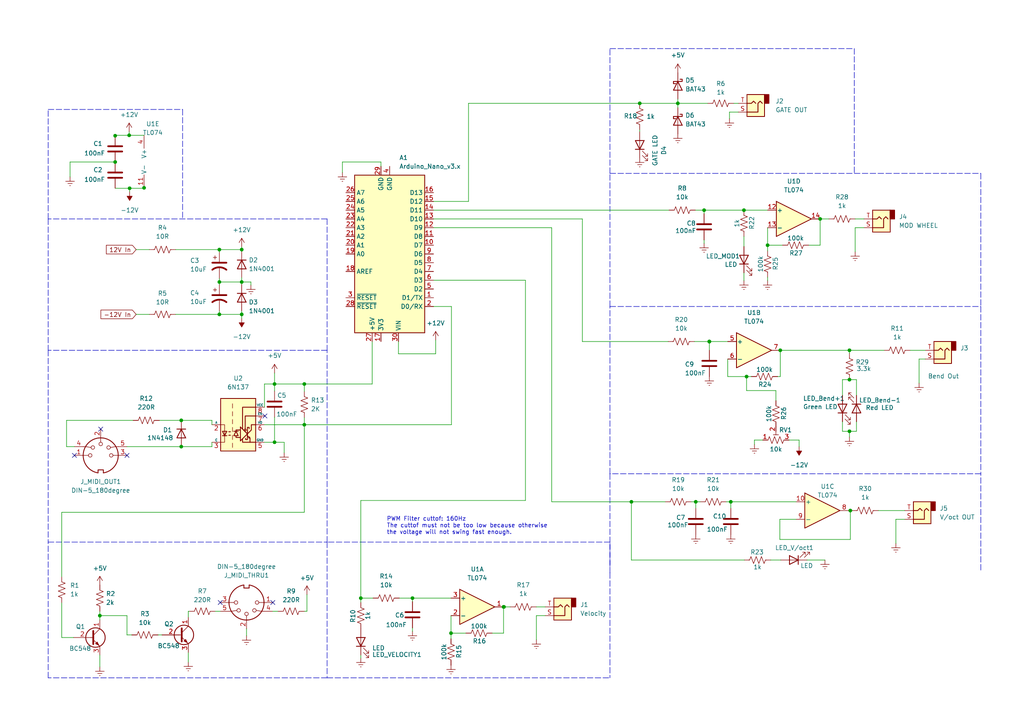
<source format=kicad_sch>
(kicad_sch (version 20211123) (generator eeschema)
  (paper "A4")
  (lib_symbols
    (symbol "Amplifier_Operational:TL074" (pin_names (offset 0.127))
      (property "Reference" "U" (at 0 5.08 0))
      (property "Value" "TL074" (at 0 -5.08 0))
      (symbol "TL074_1_1"
        (pin output line (at 7.62 0 180) (length 2.54) (name "~") (number "1"))
        (pin input line (at -7.62 -2.54 0) (length 2.54) (name "-") (number "2"))
        (pin input line (at -7.62 2.54 0) (length 2.54) (name "+") (number "3"))
      )
      (symbol "TL074_2_1"
        (pin input line (at -7.62 2.54 0) (length 2.54) (name "+") (number "5"))
        (pin input line (at -7.62 -2.54 0) (length 2.54) (name "-") (number "6"))
        (pin output line (at 7.62 0 180) (length 2.54) (name "~") (number "7"))
      )
      (symbol "TL074_3_1"
        (pin input line (at -7.62 2.54 0) (length 2.54) (name "+") (number "10"))
        (pin output line (at 7.62 0 180) (length 2.54) (name "~") (number "8"))
        (pin input line (at -7.62 -2.54 0) (length 2.54) (name "-") (number "9"))
      )
      (symbol "TL074_4_1"
        (pin input line (at -7.62 2.54 0) (length 2.54) (name "+") (number "12"))
        (pin input line (at -7.62 -2.54 0) (length 2.54) (name "-") (number "13"))
        (pin output line (at 7.62 0 180) (length 2.54) (name "~") (number "14"))
      )
      (symbol "TL074_5_1"
        (pin power_in line (at -2.54 -7.62 90) (length 3.81) (name "V-") (number "11"))
        (pin power_in line (at -2.54 7.62 270) (length 3.81) (name "V+") (number "4"))
      )
    )
    (symbol "Connector:AudioJack2"
      (property "Reference" "J" (at 0 8.89 0))
      (property "Value" "AudioJack2" (at 0 6.35 0))
      (symbol "AudioJack2_1_1"
        (pin passive line (at 5.08 2.54 180) (length 2.54) (name "~") (number "S"))
        (pin passive line (at 5.08 0 180) (length 2.54) (name "~") (number "T"))
      )
    )
    (symbol "Connector:DIN-5_180degree" (pin_names (offset 1.016))
      (property "Reference" "J" (at 3.175 5.715 0))
      (property "Value" "DIN-5_180degree" (at 0 -6.35 0))
      (symbol "DIN-5_180degree_1_1"
        (pin passive line (at -7.62 0 0) (length 2.54) (name "~") (number "1"))
        (pin passive line (at 0 7.62 270) (length 2.54) (name "~") (number "2"))
        (pin passive line (at 7.62 0 180) (length 2.54) (name "~") (number "3"))
        (pin passive line (at -7.62 2.54 0) (length 2.54) (name "~") (number "4"))
        (pin passive line (at 7.62 2.54 180) (length 2.54) (name "~") (number "5"))
      )
    )
    (symbol "Device:C" (pin_numbers hide) (pin_names (offset 0.254))
      (property "Reference" "C" (at 0.635 2.54 0))
      (property "Value" "C" (at 0.635 -2.54 0))
      (symbol "C_1_1"
        (pin passive line (at 0 3.81 270) (length 2.794) (name "~") (number "1"))
        (pin passive line (at 0 -3.81 90) (length 2.794) (name "~") (number "2"))
      )
    )
    (symbol "Device:C_Polarized_US" (pin_numbers hide) (pin_names (offset 0.254) hide)
      (property "Reference" "C" (at 0.635 2.54 0))
      (property "Value" "C_Polarized_US" (at 0.635 -2.54 0))
      (symbol "C_Polarized_US_1_1"
        (pin passive line (at 0 3.81 270) (length 2.794) (name "~") (number "1"))
        (pin passive line (at 0 -3.81 90) (length 3.302) (name "~") (number "2"))
      )
    )
    (symbol "Device:LED" (pin_numbers hide) (pin_names (offset 1.016) hide)
      (property "Reference" "D" (at 0 2.54 0))
      (property "Value" "LED" (at 0 -2.54 0))
      (symbol "LED_1_1"
        (pin passive line (at -3.81 0 0) (length 2.54) (name "K") (number "1"))
        (pin passive line (at 3.81 0 180) (length 2.54) (name "A") (number "2"))
      )
    )
    (symbol "Device:R_Potentiometer_Trim_US" (pin_names (offset 1.016) hide)
      (property "Reference" "RV" (at -4.445 0 90))
      (property "Value" "R_Potentiometer_Trim_US" (at -2.54 0 90))
      (symbol "R_Potentiometer_Trim_US_1_1"
        (pin passive line (at 0 3.81 270) (length 1.27) (name "1") (number "1"))
        (pin passive line (at 3.81 0 180) (length 1.27) (name "2") (number "2"))
        (pin passive line (at 0 -3.81 90) (length 1.27) (name "3") (number "3"))
      )
    )
    (symbol "Device:R_US" (pin_numbers hide) (pin_names (offset 0))
      (property "Reference" "R" (at 2.54 0 90))
      (property "Value" "R_US" (at -2.54 0 90))
      (symbol "R_US_1_1"
        (pin passive line (at 0 3.81 270) (length 1.27) (name "~") (number "1"))
        (pin passive line (at 0 -3.81 90) (length 1.27) (name "~") (number "2"))
      )
    )
    (symbol "Diode:1N4001" (pin_numbers hide) (pin_names (offset 1.016) hide)
      (property "Reference" "D" (at 0 2.54 0))
      (property "Value" "1N4001" (at 0 -2.54 0))
      (symbol "1N4001_1_1"
        (pin passive line (at -3.81 0 0) (length 2.54) (name "K") (number "1"))
        (pin passive line (at 3.81 0 180) (length 2.54) (name "A") (number "2"))
      )
    )
    (symbol "Diode:1N4148" (pin_numbers hide) (pin_names (offset 1.016) hide)
      (property "Reference" "D" (at 0 2.54 0))
      (property "Value" "1N4148" (at 0 -2.54 0))
      (symbol "1N4148_1_1"
        (pin passive line (at -3.81 0 0) (length 2.54) (name "K") (number "1"))
        (pin passive line (at 3.81 0 180) (length 2.54) (name "A") (number "2"))
      )
    )
    (symbol "Diode:BAT43" (pin_numbers hide) (pin_names (offset 1.016) hide)
      (property "Reference" "D" (at 0 2.54 0))
      (property "Value" "BAT43" (at 0 -2.54 0))
      (symbol "BAT43_1_1"
        (pin passive line (at -3.81 0 0) (length 2.54) (name "K") (number "1"))
        (pin passive line (at 3.81 0 180) (length 2.54) (name "A") (number "2"))
      )
    )
    (symbol "Isolator:6N137" (pin_names (offset 0))
      (property "Reference" "U" (at -4.064 8.89 0))
      (property "Value" "6N137" (at 0 -8.89 0))
      (symbol "6N137_1_1"
        (pin no_connect line (at -5.08 5.08 0) (length 2.54) hide (name "NC") (number "1"))
        (pin passive line (at -7.62 0 0) (length 2.54) (name "A") (number "2"))
        (pin passive line (at -7.62 -5.08 0) (length 2.54) (name "C") (number "3"))
        (pin power_in line (at 7.62 -5.08 180) (length 2.54) (name "GND") (number "5"))
        (pin open_collector line (at 7.62 0 180) (length 2.54) (name "VO") (number "6"))
        (pin input line (at 7.62 2.54 180) (length 2.54) (name "EN") (number "7"))
        (pin power_in line (at 7.62 5.08 180) (length 2.54) (name "VCC") (number "8"))
      )
    )
    (symbol "MCU_Module:Arduino_Nano_v3.x"
      (property "Reference" "A" (at -10.16 23.495 0))
      (property "Value" "Arduino_Nano_v3.x" (at 5.08 -24.13 0))
      (symbol "Arduino_Nano_v3.x_1_1"
        (pin bidirectional line (at -12.7 12.7 0) (length 2.54) (name "D1/TX") (number "1"))
        (pin bidirectional line (at -12.7 -2.54 0) (length 2.54) (name "D7") (number "10"))
        (pin bidirectional line (at -12.7 -5.08 0) (length 2.54) (name "D8") (number "11"))
        (pin bidirectional line (at -12.7 -7.62 0) (length 2.54) (name "D9") (number "12"))
        (pin bidirectional line (at -12.7 -10.16 0) (length 2.54) (name "D10") (number "13"))
        (pin bidirectional line (at -12.7 -12.7 0) (length 2.54) (name "D11") (number "14"))
        (pin bidirectional line (at -12.7 -15.24 0) (length 2.54) (name "D12") (number "15"))
        (pin bidirectional line (at -12.7 -17.78 0) (length 2.54) (name "D13") (number "16"))
        (pin power_out line (at 2.54 25.4 270) (length 2.54) (name "3V3") (number "17"))
        (pin input line (at 12.7 5.08 180) (length 2.54) (name "AREF") (number "18"))
        (pin bidirectional line (at 12.7 0 180) (length 2.54) (name "A0") (number "19"))
        (pin bidirectional line (at -12.7 15.24 0) (length 2.54) (name "D0/RX") (number "2"))
        (pin bidirectional line (at 12.7 -2.54 180) (length 2.54) (name "A1") (number "20"))
        (pin bidirectional line (at 12.7 -5.08 180) (length 2.54) (name "A2") (number "21"))
        (pin bidirectional line (at 12.7 -7.62 180) (length 2.54) (name "A3") (number "22"))
        (pin bidirectional line (at 12.7 -10.16 180) (length 2.54) (name "A4") (number "23"))
        (pin bidirectional line (at 12.7 -12.7 180) (length 2.54) (name "A5") (number "24"))
        (pin bidirectional line (at 12.7 -15.24 180) (length 2.54) (name "A6") (number "25"))
        (pin bidirectional line (at 12.7 -17.78 180) (length 2.54) (name "A7") (number "26"))
        (pin power_out line (at 5.08 25.4 270) (length 2.54) (name "+5V") (number "27"))
        (pin input line (at 12.7 15.24 180) (length 2.54) (name "~{RESET}") (number "28"))
        (pin power_in line (at 2.54 -25.4 90) (length 2.54) (name "GND") (number "29"))
        (pin input line (at 12.7 12.7 180) (length 2.54) (name "~{RESET}") (number "3"))
        (pin power_in line (at -2.54 25.4 270) (length 2.54) (name "VIN") (number "30"))
        (pin power_in line (at 0 -25.4 90) (length 2.54) (name "GND") (number "4"))
        (pin bidirectional line (at -12.7 10.16 0) (length 2.54) (name "D2") (number "5"))
        (pin bidirectional line (at -12.7 7.62 0) (length 2.54) (name "D3") (number "6"))
        (pin bidirectional line (at -12.7 5.08 0) (length 2.54) (name "D4") (number "7"))
        (pin bidirectional line (at -12.7 2.54 0) (length 2.54) (name "D5") (number "8"))
        (pin bidirectional line (at -12.7 0 0) (length 2.54) (name "D6") (number "9"))
      )
    )
    (symbol "Transistor_BJT:BC548" (pin_names (offset 0) hide)
      (property "Reference" "Q" (at 5.08 1.905 0))
      (property "Value" "BC548" (at 5.08 0 0))
      (symbol "BC548_1_1"
        (pin passive line (at 2.54 5.08 270) (length 2.54) (name "C") (number "1"))
        (pin input line (at -5.08 0 0) (length 5.08) (name "B") (number "2"))
        (pin passive line (at 2.54 -5.08 90) (length 2.54) (name "E") (number "3"))
      )
    )
    (symbol "power:+12V" (power) (pin_names (offset 0))
      (property "Value" "+12V" (at 0 3.556 0))
      (symbol "+12V_1_1"
        (pin power_in line (at 0 0 90) (length 0) hide (name "+12V") (number "1"))
      )
    )
    (symbol "power:+5V" (power) (pin_names (offset 0))
      (property "Value" "+5V" (at 0 3.556 0))
      (symbol "+5V_1_1"
        (pin power_in line (at 0 0 90) (length 0) hide (name "+5V") (number "1"))
      )
    )
    (symbol "power:-12V" (power) (pin_names (offset 0))
      (property "Value" "-12V" (at 0 3.81 0))
      (symbol "-12V_0_0"
        (pin power_in line (at 0 0 90) (length 0) hide (name "-12V") (number "1"))
      )
    )
    (symbol "power:Earth" (power) (pin_names (offset 0))
      (symbol "Earth_1_1"
        (pin power_in line (at 0 0 270) (length 0) hide (name "Earth") (number "1"))
      )
    )
  )
  (junction (at 70.104 91.186))
  (junction (at 70.104 81.788))
  (junction (at 211.963 145.542))
  (junction (at 33.401 39.37))
  (junction (at 88.265 111.379))
  (junction (at 33.401 46.99))
  (junction (at 205.74 99.0599))
  (junction (at 63.627 81.788))
  (junction (at 246.38 125.095))
  (junction (at 222.631 71.12))
  (junction (at 52.578 121.92))
  (junction (at 215.773 60.96))
  (junction (at 79.629 128.27))
  (junction (at 237.871 63.5))
  (junction (at 79.629 111.379))
  (junction (at 104.648 173.482))
  (junction (at 246.38 110.109))
  (junction (at 130.81 183.642))
  (junction (at 70.104 72.39))
  (junction (at 204.216 60.96))
  (junction (at 52.578 129.54))
  (junction (at 41.783 54.483))
  (junction (at 201.803 145.542))
  (junction (at 37.592 54.61))
  (junction (at 146.05 176.022))
  (junction (at 196.596 29.972))
  (junction (at 216.535 109.22))
  (junction (at 183.134 145.542))
  (junction (at 119.634 173.482))
  (junction (at 205.74 99.06))
  (junction (at 28.956 178.562))
  (junction (at 37.465 39.243))
  (junction (at 146.177 176.022))
  (junction (at 63.627 91.186))
  (junction (at 88.265 123.19))
  (junction (at 63.627 72.39))
  (junction (at 185.547 29.972))
  (junction (at 246.634 148.082))
  (junction (at 226.314 101.6))
  (junction (at 246.38 101.6))
  (no_connect (at 76.835 120.65))
  (no_connect (at 63.881 174.752))
  (no_connect (at 29.21 124.46))
  (no_connect (at 21.59 132.08))
  (no_connect (at 79.121 174.752))
  (no_connect (at 36.83 132.08))
  (wire (pts (xy 211.074 109.22) (xy 216.535 109.22)))
  (wire (pts (xy 204.216 69.596) (xy 204.216 70.612)))
  (polyline (pts (xy 94.869 157.226) (xy 94.869 101.6)))
  (wire (pts (xy 210.693 145.542) (xy 211.963 145.542)))
  (polyline (pts (xy 13.97 157.226) (xy 94.869 157.226)))
  (polyline (pts (xy 176.911 88.9) (xy 284.48 88.9)))
  (wire (pts (xy 71.501 184.404) (xy 71.501 182.372)))
  (wire (pts (xy 248.412 122.301) (xy 248.412 125.095)))
  (polyline (pts (xy 247.777 14.097) (xy 247.777 50.292)))
  (wire (pts (xy 115.57 102.616) (xy 126.365 102.616)))
  (polyline (pts (xy 13.97 196.596) (xy 13.97 157.226)))
  (wire (pts (xy 104.648 145.161) (xy 152.4 145.161)))
  (wire (pts (xy 193.802 99.06) (xy 168.91 99.06)))
  (polyline (pts (xy 94.869 196.596) (xy 176.911 196.596)))
  (polyline (pts (xy 13.97 31.75) (xy 52.959 31.75)))
  (wire (pts (xy 221.234 127.635) (xy 218.821 127.635)))
  (polyline (pts (xy 13.97 63.5) (xy 13.97 101.6)))
  (wire (pts (xy 63.627 72.39) (xy 63.627 73.152)))
  (wire (pts (xy 39.497 72.39) (xy 43.307 72.39)))
  (wire (pts (xy 125.73 88.9) (xy 130.937 88.9)))
  (wire (pts (xy 115.57 99.06) (xy 115.57 102.616)))
  (wire (pts (xy 211.582 32.512) (xy 214.122 32.512)))
  (wire (pts (xy 21.59 129.54) (xy 19.304 129.54)))
  (wire (pts (xy 246.126 148.082) (xy 246.634 148.082)))
  (wire (pts (xy 20.32 46.99) (xy 20.32 51.308)))
  (wire (pts (xy 196.596 29.972) (xy 205.232 29.972)))
  (polyline (pts (xy 94.869 101.6) (xy 13.97 101.6)))
  (wire (pts (xy 259.842 157.607) (xy 259.842 150.622)))
  (wire (pts (xy 168.91 99.06) (xy 168.91 63.5)))
  (wire (pts (xy 155.575 178.562) (xy 158.115 178.562)))
  (wire (pts (xy 223.52 162.433) (xy 226.441 162.433)))
  (wire (pts (xy 201.676 60.96) (xy 204.216 60.96)))
  (wire (pts (xy 19.304 121.92) (xy 38.608 121.92)))
  (wire (pts (xy 63.627 81.788) (xy 63.627 82.55)))
  (wire (pts (xy 104.648 189.992) (xy 104.648 190.881)))
  (wire (pts (xy 246.38 110.109) (xy 248.412 110.109)))
  (wire (pts (xy 215.773 68.58) (xy 215.773 71.501)))
  (wire (pts (xy 104.648 173.482) (xy 104.648 145.161)))
  (wire (pts (xy 89.027 172.466) (xy 89.027 177.292)))
  (wire (pts (xy 222.631 72.771) (xy 222.631 71.12)))
  (wire (pts (xy 246.38 125.095) (xy 244.348 125.095)))
  (wire (pts (xy 185.547 37.592) (xy 185.547 38.227)))
  (polyline (pts (xy 284.48 50.292) (xy 284.48 88.9)))
  (wire (pts (xy 37.465 38.227) (xy 37.465 39.243)))
  (wire (pts (xy 244.348 125.095) (xy 244.348 122.301)))
  (wire (pts (xy 196.596 28.702) (xy 196.596 29.972)))
  (wire (pts (xy 205.74 99.0599) (xy 205.74 99.06)))
  (wire (pts (xy 110.49 48.26) (xy 110.49 46.99)))
  (wire (pts (xy 19.304 129.54) (xy 19.304 121.92)))
  (wire (pts (xy 37.465 39.243) (xy 33.401 39.243)))
  (wire (pts (xy 196.596 31.242) (xy 196.596 29.972)))
  (wire (pts (xy 63.881 177.292) (xy 62.484 177.292)))
  (wire (pts (xy 135.89 29.972) (xy 135.89 58.42)))
  (wire (pts (xy 70.104 91.186) (xy 70.104 90.17)))
  (wire (pts (xy 37.592 54.61) (xy 33.401 54.61)))
  (wire (pts (xy 79.629 111.379) (xy 76.708 111.379)))
  (wire (pts (xy 248.031 63.5) (xy 250.571 63.5)))
  (wire (pts (xy 63.627 81.788) (xy 63.627 80.772)))
  (wire (pts (xy 70.104 81.788) (xy 63.627 81.788)))
  (polyline (pts (xy 284.48 165.354) (xy 284.48 137.414)))
  (wire (pts (xy 226.187 156.464) (xy 246.634 156.464)))
  (wire (pts (xy 119.634 182.118) (xy 119.634 183.134)))
  (wire (pts (xy 226.187 150.622) (xy 226.187 156.464)))
  (wire (pts (xy 246.38 101.6) (xy 256.413 101.6)))
  (wire (pts (xy 204.216 60.96) (xy 215.773 60.96)))
  (wire (pts (xy 237.871 71.12) (xy 237.871 63.5)))
  (wire (pts (xy 205.74 99.06) (xy 205.74 101.5999)))
  (wire (pts (xy 211.963 145.542) (xy 230.886 145.542)))
  (wire (pts (xy 216.535 109.22) (xy 216.535 113.284)))
  (polyline (pts (xy 176.911 50.292) (xy 284.48 50.292)))
  (wire (pts (xy 135.89 29.972) (xy 185.547 29.972)))
  (wire (pts (xy 107.95 99.06) (xy 107.95 111.379)))
  (wire (pts (xy 211.963 145.542) (xy 211.963 147.447)))
  (wire (pts (xy 115.824 173.482) (xy 119.634 173.482)))
  (wire (pts (xy 70.104 72.39) (xy 63.627 72.39)))
  (polyline (pts (xy 52.959 31.75) (xy 52.959 63.5)))
  (wire (pts (xy 225.552 109.22) (xy 226.314 109.22)))
  (wire (pts (xy 204.216 60.96) (xy 204.216 61.976)))
  (wire (pts (xy 244.348 110.109) (xy 246.38 110.109)))
  (polyline (pts (xy 13.97 101.6) (xy 13.97 157.226)))
  (wire (pts (xy 125.73 63.5) (xy 168.91 63.5)))
  (wire (pts (xy 104.648 173.482) (xy 108.204 173.482)))
  (wire (pts (xy 130.81 183.642) (xy 135.128 183.642)))
  (wire (pts (xy 225.044 113.284) (xy 216.535 113.284)))
  (wire (pts (xy 246.634 148.082) (xy 247.142 148.082)))
  (wire (pts (xy 89.027 177.292) (xy 88.265 177.292)))
  (wire (pts (xy 45.847 184.15) (xy 46.99 184.15)))
  (wire (pts (xy 146.177 176.022) (xy 146.05 176.022)))
  (wire (pts (xy 61.468 128.27) (xy 61.468 129.54)))
  (wire (pts (xy 248.412 110.109) (xy 248.412 114.681)))
  (polyline (pts (xy 176.911 166.116) (xy 176.911 157.226)))
  (wire (pts (xy 37.592 54.61) (xy 37.592 55.626)))
  (wire (pts (xy 254.762 148.082) (xy 262.382 148.082)))
  (wire (pts (xy 70.104 72.39) (xy 70.104 72.898)))
  (wire (pts (xy 50.927 91.186) (xy 63.627 91.186)))
  (wire (pts (xy 130.81 178.562) (xy 130.81 183.642)))
  (wire (pts (xy 41.783 54.61) (xy 37.592 54.61)))
  (wire (pts (xy 54.61 177.292) (xy 54.864 177.292)))
  (wire (pts (xy 119.634 173.482) (xy 119.634 174.498)))
  (wire (pts (xy 152.4 81.28) (xy 125.73 81.28)))
  (wire (pts (xy 135.89 58.42) (xy 125.73 58.42)))
  (polyline (pts (xy 284.48 137.414) (xy 176.911 137.414)))
  (wire (pts (xy 142.748 183.642) (xy 146.05 183.642)))
  (wire (pts (xy 36.83 178.562) (xy 36.83 184.15)))
  (polyline (pts (xy 13.97 63.5) (xy 13.97 31.75)))
  (wire (pts (xy 225.044 116.205) (xy 225.044 113.284)))
  (wire (pts (xy 196.596 29.972) (xy 185.547 29.972)))
  (wire (pts (xy 259.842 150.622) (xy 262.382 150.622)))
  (wire (pts (xy 147.955 176.022) (xy 146.177 176.022)))
  (wire (pts (xy 88.265 121.158) (xy 88.265 123.19)))
  (wire (pts (xy 72.771 81.788) (xy 70.104 81.788)))
  (wire (pts (xy 211.582 34.417) (xy 211.582 32.512)))
  (wire (pts (xy 126.365 102.616) (xy 126.365 98.679)))
  (wire (pts (xy 79.629 111.379) (xy 79.629 113.411)))
  (wire (pts (xy 61.468 121.92) (xy 61.468 123.19)))
  (wire (pts (xy 17.907 167.259) (xy 17.907 148.59)))
  (wire (pts (xy 230.886 150.622) (xy 226.187 150.622)))
  (wire (pts (xy 79.121 177.292) (xy 80.645 177.292)))
  (wire (pts (xy 79.629 128.27) (xy 76.708 128.27)))
  (wire (pts (xy 222.631 81.407) (xy 222.631 80.391)))
  (wire (pts (xy 246.38 101.6) (xy 246.38 102.489)))
  (wire (pts (xy 110.49 46.99) (xy 99.314 46.99)))
  (wire (pts (xy 237.871 63.5) (xy 240.411 63.5)))
  (wire (pts (xy 54.61 189.23) (xy 54.61 192.024)))
  (wire (pts (xy 130.937 88.9) (xy 130.937 123.19)))
  (polyline (pts (xy 176.911 88.9) (xy 176.911 50.292)))
  (wire (pts (xy 215.773 79.121) (xy 215.773 81.407)))
  (wire (pts (xy 212.852 29.972) (xy 214.122 29.972)))
  (wire (pts (xy 28.956 177.292) (xy 28.956 178.562)))
  (polyline (pts (xy 176.911 137.414) (xy 176.911 164.465)))
  (wire (pts (xy 125.73 60.96) (xy 194.056 60.96)))
  (wire (pts (xy 264.033 101.6) (xy 268.351 101.6)))
  (wire (pts (xy 119.634 173.482) (xy 130.81 173.482)))
  (wire (pts (xy 17.907 174.879) (xy 17.907 184.912)))
  (wire (pts (xy 201.803 145.542) (xy 203.073 145.542)))
  (wire (pts (xy 155.575 185.547) (xy 155.575 178.562)))
  (wire (pts (xy 70.104 92.329) (xy 70.104 91.186)))
  (wire (pts (xy 36.83 184.15) (xy 38.227 184.15)))
  (polyline (pts (xy 94.869 63.5) (xy 13.97 63.5)))
  (wire (pts (xy 215.9 162.433) (xy 183.134 162.433)))
  (wire (pts (xy 52.578 121.92) (xy 61.468 121.92)))
  (wire (pts (xy 41.783 39.243) (xy 37.465 39.243)))
  (wire (pts (xy 266.573 104.14) (xy 268.351 104.14)))
  (wire (pts (xy 39.497 91.186) (xy 43.307 91.186)))
  (wire (pts (xy 239.268 162.433) (xy 234.061 162.433)))
  (wire (pts (xy 88.265 148.59) (xy 88.265 123.19)))
  (wire (pts (xy 222.631 66.04) (xy 222.631 71.12)))
  (wire (pts (xy 88.265 111.379) (xy 107.95 111.379)))
  (wire (pts (xy 70.104 71.628) (xy 70.104 72.39)))
  (wire (pts (xy 79.629 121.031) (xy 79.629 128.27)))
  (wire (pts (xy 146.05 176.022) (xy 146.05 183.642)))
  (wire (pts (xy 88.265 123.19) (xy 130.937 123.19)))
  (wire (pts (xy 248.412 125.095) (xy 246.38 125.095)))
  (wire (pts (xy 246.634 156.464) (xy 246.634 148.082)))
  (wire (pts (xy 76.708 123.19) (xy 88.265 123.19)))
  (wire (pts (xy 234.569 71.12) (xy 237.871 71.12)))
  (wire (pts (xy 28.956 178.562) (xy 36.83 178.562)))
  (wire (pts (xy 266.573 111.125) (xy 266.573 104.14)))
  (wire (pts (xy 21.336 184.912) (xy 17.907 184.912)))
  (wire (pts (xy 231.775 129.54) (xy 231.775 127.635)))
  (wire (pts (xy 104.648 173.482) (xy 104.648 174.752)))
  (wire (pts (xy 17.907 148.59) (xy 88.265 148.59)))
  (wire (pts (xy 99.314 50.038) (xy 99.314 46.99)))
  (wire (pts (xy 28.956 178.562) (xy 28.956 179.832)))
  (wire (pts (xy 160.02 145.542) (xy 160.02 66.04)))
  (wire (pts (xy 130.81 185.293) (xy 130.81 183.642)))
  (wire (pts (xy 248.031 73.025) (xy 248.031 66.04)))
  (wire (pts (xy 248.031 66.04) (xy 250.571 66.04)))
  (wire (pts (xy 50.927 72.39) (xy 63.627 72.39)))
  (wire (pts (xy 226.314 101.6) (xy 246.38 101.6)))
  (wire (pts (xy 244.348 114.681) (xy 244.348 110.109)))
  (polyline (pts (xy 176.911 137.414) (xy 176.911 88.9)))
  (wire (pts (xy 36.83 129.54) (xy 52.578 129.54)))
  (wire (pts (xy 205.74 99.06) (xy 211.074 99.06)))
  (wire (pts (xy 231.775 127.635) (xy 228.854 127.635)))
  (wire (pts (xy 160.02 66.04) (xy 125.73 66.04)))
  (wire (pts (xy 41.783 54.483) (xy 41.783 54.61)))
  (wire (pts (xy 33.401 39.243) (xy 33.401 39.37)))
  (wire (pts (xy 160.02 145.542) (xy 183.134 145.542)))
  (wire (pts (xy 211.074 104.14) (xy 211.074 109.22)))
  (wire (pts (xy 201.803 145.542) (xy 201.803 147.447)))
  (wire (pts (xy 76.835 120.65) (xy 76.708 120.65)))
  (wire (pts (xy 152.4 145.161) (xy 152.4 81.28)))
  (polyline (pts (xy 284.48 88.9) (xy 284.48 137.414)))
  (wire (pts (xy 200.533 145.542) (xy 201.803 145.542)))
  (wire (pts (xy 222.631 71.12) (xy 226.949 71.12)))
  (wire (pts (xy 215.773 60.96) (xy 222.631 60.96)))
  (wire (pts (xy 28.956 193.421) (xy 28.956 189.992)))
  (wire (pts (xy 79.629 108.204) (xy 79.629 111.379)))
  (polyline (pts (xy 94.869 196.596) (xy 13.97 196.596)))
  (wire (pts (xy 46.228 121.92) (xy 52.578 121.92)))
  (wire (pts (xy 155.575 176.022) (xy 158.115 176.022)))
  (wire (pts (xy 52.578 129.54) (xy 61.468 129.54)))
  (wire (pts (xy 70.104 81.788) (xy 70.104 80.518)))
  (wire (pts (xy 54.61 179.07) (xy 54.61 177.292)))
  (wire (pts (xy 70.104 91.186) (xy 63.627 91.186)))
  (wire (pts (xy 218.821 127.635) (xy 218.821 128.905)))
  (wire (pts (xy 88.265 113.538) (xy 88.265 111.379)))
  (polyline (pts (xy 176.911 50.292) (xy 176.911 14.097)))
  (wire (pts (xy 183.134 145.542) (xy 192.913 145.542)))
  (wire (pts (xy 82.423 128.27) (xy 79.629 128.27)))
  (wire (pts (xy 20.32 46.99) (xy 33.401 46.99)))
  (polyline (pts (xy 94.869 63.5) (xy 94.869 101.6)))
  (polyline (pts (xy 176.911 157.226) (xy 94.869 157.226)))
  (polyline (pts (xy 176.911 14.097) (xy 247.777 14.097)))
  (wire (pts (xy 246.38 126.746) (xy 246.38 125.095)))
  (wire (pts (xy 72.771 82.677) (xy 72.771 81.788)))
  (wire (pts (xy 70.104 82.55) (xy 70.104 81.788)))
  (wire (pts (xy 183.134 162.433) (xy 183.134 145.542)))
  (wire (pts (xy 201.422 99.06) (xy 205.74 99.0599)))
  (wire (pts (xy 76.708 111.379) (xy 76.708 118.11)))
  (wire (pts (xy 79.629 111.379) (xy 88.265 111.379)))
  (wire (pts (xy 82.423 131.318) (xy 82.423 128.27)))
  (polyline (pts (xy 176.911 166.116) (xy 176.911 196.596)))
  (wire (pts (xy 226.314 109.22) (xy 226.314 101.6)))
  (polyline (pts (xy 94.869 157.226) (xy 94.869 196.596)))
  (wire (pts (xy 216.535 109.22) (xy 217.932 109.22)))
  (wire (pts (xy 63.627 91.186) (xy 63.627 90.17)))
  (text "PWM Filter cuttof: 160Hz\nThe cuttof must not be too low because otherwise\nthe voltage will not swing fast enough." (at 112.141 155.194 0) (effects (font (size 1.2 1.2)) (justify left bottom)))
  (global_label "-12V In" (shape input) (at 39.497 91.186 180) (property "Intersheet References" "${INTERSHEET_REFS}" (effects hide)))
  (global_label "12V In" (shape input) (at 39.497 72.39 180) (property "Intersheet References" "${INTERSHEET_REFS}" (effects hide)))
  (symbol (lib_id "Diode:BAT43") (at 196.596 24.892 270) (unit 1)
    (property "Reference" "D5" (at 198.755 23.3044 90) (effects (justify left)))
    (property "Value" "BAT43" (at 198.755 25.8444 90) (effects (justify left)))
    (property "Footprint" "Diode_THT:D_DO-35_SOD27_P7.62mm_Horizontal" (effects hide))
    (property "Datasheet" "http://www.vishay.com/docs/85660/bat42.pdf" (effects hide))
  )
  (symbol (lib_id "Connector:AudioJack2") (at 255.651 63.5 180) (unit 1)
    (property "Reference" "J4" (at 260.731 62.8649 0) (effects (justify right)))
    (property "Value" "MOD WHEEL" (at 260.731 65.4049 0) (effects (justify right)))
    (property "Footprint" "Connector_PinHeader_1.00mm:PinHeader_1x02_P1.00mm_Vertical" (effects hide))
  )
  (symbol (lib_id "Connector:AudioJack2") (at 163.195 176.022 180) (unit 1)
    (property "Reference" "J1" (at 168.275 175.3869 0) (effects (justify right)))
    (property "Value" "Velocity" (at 168.275 177.9269 0) (effects (justify right)))
    (property "Footprint" "Connector_PinHeader_1.00mm:PinHeader_1x02_P1.00mm_Vertical" (effects hide))
  )
  (symbol (lib_id "Device:LED") (at 185.547 42.037 90) (unit 1)
    (property "Reference" "D4" (at 192.532 43.6245 0))
    (property "Value" "GATE LED" (at 189.992 43.6245 0))
    (property "Footprint" "LED_THT:LED_D5.0mm" (effects hide))
  )
  (symbol (lib_id "Device:R_US") (at 151.765 176.022 90) (unit 1)
    (property "Reference" "R17" (at 151.765 169.672 90))
    (property "Value" "1k" (at 151.765 172.212 90))
    (property "Footprint" "Resistor_THT:R_Axial_DIN0207_L6.3mm_D2.5mm_P10.16mm_Horizontal" (effects hide))
  )
  (symbol (lib_id "power:Earth") (at 215.773 81.407 0) (unit 1)
    (property "Reference" "#PWR0120" (effects hide))
    (property "Value" "Earth" (effects hide))
  )
  (symbol (lib_id "Amplifier_Operational:TL074") (at 238.506 148.082 0) (unit 3)
    (property "Reference" "U1" (at 240.03 141.097 0))
    (property "Value" "TL074" (at 240.03 143.637 0))
    (property "Footprint" "Package_DIP:DIP-14_W7.62mm_Socket" (effects hide))
    (property "Datasheet" "http://www.ti.com/lit/ds/symlink/tl071.pdf" (effects hide))
  )
  (symbol (lib_id "Device:R_US") (at 47.117 72.39 270) (unit 1)
    (property "Reference" "R4" (at 47.117 66.04 90))
    (property "Value" "10R" (at 47.117 68.58 90))
    (property "Footprint" "Resistor_THT:R_Axial_DIN0207_L6.3mm_D2.5mm_P10.16mm_Horizontal" (effects hide))
  )
  (symbol (lib_id "power:Earth") (at 204.216 70.612 0) (unit 1)
    (property "Reference" "#PWR0131" (effects hide))
    (property "Value" "Earth" (effects hide))
  )
  (symbol (lib_id "power:+12V") (at 126.365 98.679 0) (unit 1)
    (property "Reference" "#PWR0102" (effects hide))
    (property "Value" "+12V" (at 126.365 93.726 0))
  )
  (symbol (lib_id "Device:R_US") (at 209.042 29.972 90) (unit 1)
    (property "Reference" "R6" (at 209.042 24.257 90))
    (property "Value" "1k" (at 209.042 26.797 90))
    (property "Footprint" "Resistor_THT:R_Axial_DIN0207_L6.3mm_D2.5mm_P10.16mm_Horizontal" (effects hide))
  )
  (symbol (lib_id "Diode:1N4001") (at 70.104 76.708 270) (unit 1)
    (property "Reference" "D2" (at 72.136 75.4379 90) (effects (justify left)))
    (property "Value" "1N4001" (at 72.136 77.9779 90) (effects (justify left)))
    (property "Footprint" "Diode_THT:D_DO-41_SOD81_P2.54mm_Vertical_AnodeUp" (effects hide))
    (property "Datasheet" "http://www.vishay.com/docs/88503/1n4001.pdf" (effects hide))
  )
  (symbol (lib_id "power:Earth") (at 201.803 155.067 0) (unit 1)
    (property "Reference" "#PWR0124" (effects hide))
    (property "Value" "Earth" (effects hide))
  )
  (symbol (lib_id "power:Earth") (at 196.596 38.862 0) (unit 1)
    (property "Reference" "#PWR0127" (effects hide))
    (property "Value" "Earth" (effects hide))
  )
  (symbol (lib_id "Amplifier_Operational:TL074") (at 218.694 101.6 0) (unit 2)
    (property "Reference" "U1" (at 218.694 90.678 0))
    (property "Value" "TL074" (at 218.694 93.218 0))
    (property "Footprint" "Package_DIP:DIP-14_W7.62mm_Socket" (effects hide))
    (property "Datasheet" "http://www.ti.com/lit/ds/symlink/tl071.pdf" (effects hide))
  )
  (symbol (lib_id "power:Earth") (at 99.314 50.038 0) (unit 1)
    (property "Reference" "#PWR0109" (effects hide))
    (property "Value" "Earth" (effects hide))
  )
  (symbol (lib_id "Device:R_US") (at 42.037 184.15 270) (unit 1)
    (property "Reference" "R3" (at 42.037 178.054 90))
    (property "Value" "10k" (at 42.037 180.594 90))
    (property "Footprint" "Resistor_THT:R_Axial_DIN0207_L6.3mm_D2.5mm_P10.16mm_Horizontal" (effects hide))
  )
  (symbol (lib_id "Device:R_US") (at 225.044 120.015 180) (unit 1)
    (property "Reference" "R26" (at 227.33 119.888 90))
    (property "Value" "100k" (at 223.012 120.015 90))
    (property "Footprint" "Resistor_THT:R_Axial_DIN0207_L6.3mm_D2.5mm_P10.16mm_Horizontal" (effects hide))
  )
  (symbol (lib_id "Device:R_US") (at 197.612 99.06 90) (unit 1)
    (property "Reference" "R20" (at 197.612 92.71 90))
    (property "Value" "10k" (at 197.612 95.25 90))
    (property "Footprint" "Resistor_THT:R_Axial_DIN0207_L6.3mm_D2.5mm_P10.16mm_Horizontal" (effects hide))
  )
  (symbol (lib_id "power:Earth") (at 185.547 45.847 0) (unit 1)
    (property "Reference" "#PWR0128" (effects hide))
    (property "Value" "Earth" (effects hide))
  )
  (symbol (lib_id "Device:R_US") (at 185.547 33.782 0) (unit 1)
    (property "Reference" "R18" (at 182.88 33.655 0))
    (property "Value" "1k" (at 188.722 33.782 0))
    (property "Footprint" "Resistor_THT:R_Axial_DIN0207_L6.3mm_D2.5mm_P10.16mm_Horizontal" (effects hide))
  )
  (symbol (lib_id "power:-12V") (at 37.592 55.626 180) (unit 1)
    (property "Reference" "#PWR0105" (effects hide))
    (property "Value" "-12V" (at 37.592 60.96 0))
  )
  (symbol (lib_id "power:+12V") (at 70.104 71.628 0) (unit 1)
    (property "Reference" "#PWR0110" (effects hide))
    (property "Value" "+12V" (at 70.104 66.675 0))
  )
  (symbol (lib_id "Device:C") (at 119.634 178.308 0) (unit 1)
    (property "Reference" "C6" (at 114.554 178.435 0) (effects (justify left)))
    (property "Value" "100nF" (at 111.887 181.229 0) (effects (justify left)))
    (property "Footprint" "Capacitor_THT:C_Disc_D3.0mm_W1.6mm_P2.50mm" (effects hide))
  )
  (symbol (lib_id "power:Earth") (at 82.423 131.318 0) (unit 1)
    (property "Reference" "#PWR0101" (effects hide))
    (property "Value" "Earth" (effects hide))
  )
  (symbol (lib_id "power:Earth") (at 155.575 185.547 0) (unit 1)
    (property "Reference" "#PWR0119" (effects hide))
    (property "Value" "Earth" (effects hide))
  )
  (symbol (lib_id "Device:R_US") (at 230.759 71.12 90) (unit 1)
    (property "Reference" "R27" (at 230.886 73.406 90))
    (property "Value" "100k" (at 230.759 69.088 90))
    (property "Footprint" "Resistor_THT:R_Axial_DIN0207_L6.3mm_D2.5mm_P2.54mm_Vertical" (effects hide))
  )
  (symbol (lib_id "Device:C") (at 79.629 117.221 0) (unit 1)
    (property "Reference" "C5" (at 80.391 114.681 0) (effects (justify left)))
    (property "Value" "100nF" (at 80.137 120.142 0) (effects (justify left)))
    (property "Footprint" "Capacitor_THT:C_Disc_D3.0mm_W1.6mm_P2.50mm" (effects hide))
  )
  (symbol (lib_id "power:Earth") (at 248.031 73.025 0) (unit 1)
    (property "Reference" "#PWR0122" (effects hide))
    (property "Value" "Earth" (effects hide))
  )
  (symbol (lib_id "Connector:AudioJack2") (at 273.431 101.6 180) (unit 1)
    (property "Reference" "J3" (at 278.511 100.9649 0) (effects (justify right)))
    (property "Value" "Bend Out" (at 269.113 109.093 0) (effects (justify right)))
    (property "Footprint" "Connector_PinHeader_1.00mm:PinHeader_1x02_P1.00mm_Vertical" (effects hide))
  )
  (symbol (lib_id "Amplifier_Operational:TL074") (at 230.251 63.5 0) (unit 4)
    (property "Reference" "U1" (at 230.251 52.578 0))
    (property "Value" "TL074" (at 230.251 55.118 0))
    (property "Footprint" "Package_DIP:DIP-14_W7.62mm_Socket" (effects hide))
    (property "Datasheet" "http://www.ti.com/lit/ds/symlink/tl071.pdf" (effects hide))
  )
  (symbol (lib_id "Amplifier_Operational:TL074") (at 44.323 46.863 0) (unit 5)
    (property "Reference" "U1" (at 44.323 35.941 0))
    (property "Value" "TL074" (at 44.323 38.481 0))
    (property "Footprint" "Package_DIP:DIP-14_W7.62mm_Socket" (effects hide))
    (property "Datasheet" "http://www.ti.com/lit/ds/symlink/tl071.pdf" (effects hide))
  )
  (symbol (lib_id "power:+5V") (at 196.596 21.082 0) (unit 1)
    (property "Reference" "#PWR0130" (effects hide))
    (property "Value" "+5V" (at 196.596 16.002 0))
  )
  (symbol (lib_id "power:Earth") (at 211.582 34.417 0) (unit 1)
    (property "Reference" "#PWR0129" (effects hide))
    (property "Value" "Earth" (effects hide))
  )
  (symbol (lib_id "Connector:AudioJack2") (at 267.462 148.082 180) (unit 1)
    (property "Reference" "J5" (at 272.542 147.4469 0) (effects (justify right)))
    (property "Value" "V/oct OUT" (at 272.542 149.9869 0) (effects (justify right)))
    (property "Footprint" "Connector_PinHeader_1.00mm:PinHeader_1x02_P1.00mm_Vertical" (effects hide))
  )
  (symbol (lib_id "Device:R_US") (at 219.71 162.433 270) (unit 1)
    (property "Reference" "R23" (at 219.583 160.147 90))
    (property "Value" "1k" (at 219.71 164.465 90))
    (property "Footprint" "Resistor_THT:R_Axial_DIN0207_L6.3mm_D2.5mm_P10.16mm_Horizontal" (effects hide))
  )
  (symbol (lib_id "power:Earth") (at 130.81 192.913 0) (unit 1)
    (property "Reference" "#PWR0118" (effects hide))
    (property "Value" "Earth" (effects hide))
  )
  (symbol (lib_id "Device:R_US") (at 58.674 177.292 270) (unit 1)
    (property "Reference" "R7" (at 58.674 171.45 90))
    (property "Value" "220R" (at 58.674 173.99 90))
    (property "Footprint" "Resistor_THT:R_Axial_DIN0207_L6.3mm_D2.5mm_P10.16mm_Horizontal" (effects hide))
  )
  (symbol (lib_id "Device:R_US") (at 221.742 109.22 90) (unit 1)
    (property "Reference" "R24" (at 221.869 111.506 90))
    (property "Value" "100k" (at 221.742 107.188 90))
    (property "Footprint" "Resistor_THT:R_Axial_DIN0207_L6.3mm_D2.5mm_P2.54mm_Vertical" (effects hide))
  )
  (symbol (lib_id "power:Earth") (at 205.74 109.2199 0) (unit 1)
    (property "Reference" "#PWR0126" (effects hide))
    (property "Value" "Earth" (effects hide))
  )
  (symbol (lib_id "power:Earth") (at 211.963 155.067 0) (unit 1)
    (property "Reference" "#PWR0123" (effects hide))
    (property "Value" "Earth" (effects hide))
  )
  (symbol (lib_id "power:+5V") (at 79.629 108.204 0) (unit 1)
    (property "Reference" "#PWR0108" (effects hide))
    (property "Value" "+5V" (at 79.629 103.124 0))
  )
  (symbol (lib_id "power:+12V") (at 37.465 38.227 0) (unit 1)
    (property "Reference" "#PWR0106" (effects hide))
    (property "Value" "+12V" (at 37.465 33.274 0))
  )
  (symbol (lib_id "Device:R_US") (at 250.952 148.082 90) (unit 1)
    (property "Reference" "R30" (at 250.952 141.732 90))
    (property "Value" "1k" (at 250.952 144.272 90))
    (property "Footprint" "Resistor_THT:R_Axial_DIN0207_L6.3mm_D2.5mm_P10.16mm_Horizontal" (effects hide))
  )
  (symbol (lib_id "Device:R_US") (at 104.648 178.562 0) (unit 1)
    (property "Reference" "R10" (at 102.362 178.689 90))
    (property "Value" "1k" (at 106.68 178.562 90))
    (property "Footprint" "Resistor_THT:R_Axial_DIN0207_L6.3mm_D2.5mm_P10.16mm_Horizontal" (effects hide))
  )
  (symbol (lib_id "Device:C") (at 204.216 65.786 0) (unit 1)
    (property "Reference" "C8" (at 199.136 64.77 0) (effects (justify left)))
    (property "Value" "100nF" (at 195.834 66.929 0) (effects (justify left)))
    (property "Footprint" "Capacitor_THT:C_Disc_D3.0mm_W1.6mm_P2.50mm" (effects hide))
  )
  (symbol (lib_id "Device:C") (at 201.803 151.257 0) (unit 1)
    (property "Reference" "C7" (at 196.088 150.114 0) (effects (justify left)))
    (property "Value" "100nF" (at 193.548 152.273 0) (effects (justify left)))
    (property "Footprint" "Capacitor_THT:C_Disc_D3.0mm_W1.6mm_P2.50mm" (effects hide))
  )
  (symbol (lib_id "power:+5V") (at 89.027 172.466 0) (unit 1)
    (property "Reference" "#PWR0115" (effects hide))
    (property "Value" "+5V" (at 89.027 167.64 0))
  )
  (symbol (lib_id "Device:R_US") (at 88.265 117.348 180) (unit 1)
    (property "Reference" "R13" (at 90.17 116.0779 0) (effects (justify right)))
    (property "Value" "2K" (at 90.17 118.6179 0) (effects (justify right)))
    (property "Footprint" "Resistor_THT:R_Axial_DIN0207_L6.3mm_D2.5mm_P10.16mm_Horizontal" (effects hide))
  )
  (symbol (lib_id "Device:LED") (at 248.412 118.491 270) (unit 1)
    (property "Reference" "LED_Bend-1" (at 261.239 116.078 90) (effects (justify right)))
    (property "Value" "Red LED" (at 259.207 118.237 90) (effects (justify right)))
    (property "Footprint" "LED_THT:LED_D5.0mm" (effects hide))
  )
  (symbol (lib_id "power:Earth") (at 246.38 126.746 0) (unit 1)
    (property "Reference" "#PWR0134" (effects hide))
    (property "Value" "Earth" (effects hide))
  )
  (symbol (lib_id "power:Earth") (at 259.842 157.607 0) (unit 1)
    (property "Reference" "#PWR0135" (effects hide))
    (property "Value" "Earth" (effects hide))
  )
  (symbol (lib_id "power:Earth") (at 222.631 81.407 0) (unit 1)
    (property "Reference" "#PWR0121" (effects hide))
    (property "Value" "Earth" (effects hide))
  )
  (symbol (lib_id "power:+5V") (at 28.956 169.672 0) (unit 1)
    (property "Reference" "#PWR0113" (effects hide))
    (property "Value" "+5V" (at 28.956 164.846 0))
  )
  (symbol (lib_id "Device:R_US") (at 130.81 189.103 180) (unit 1)
    (property "Reference" "R15" (at 133.096 188.976 90))
    (property "Value" "100k" (at 128.778 189.103 90))
    (property "Footprint" "Resistor_THT:R_Axial_DIN0207_L6.3mm_D2.5mm_P10.16mm_Horizontal" (effects hide))
  )
  (symbol (lib_id "Device:LED") (at 230.251 162.433 180) (unit 1)
    (property "Reference" "LED_V/oct1" (at 224.79 158.877 0) (effects (justify right)))
    (property "Value" "LED" (at 232.156 164.084 0) (effects (justify right)))
    (property "Footprint" "LED_THT:LED_D5.0mm" (effects hide))
  )
  (symbol (lib_id "Device:R_US") (at 28.956 173.482 180) (unit 1)
    (property "Reference" "R2" (at 30.734 172.2119 0) (effects (justify right)))
    (property "Value" "2k" (at 30.734 174.7519 0) (effects (justify right)))
    (property "Footprint" "Resistor_THT:R_Axial_DIN0207_L6.3mm_D2.5mm_P10.16mm_Horizontal" (effects hide))
  )
  (symbol (lib_id "power:Earth") (at 28.956 193.421 0) (unit 1)
    (property "Reference" "#PWR0117" (effects hide))
    (property "Value" "Earth" (effects hide))
  )
  (symbol (lib_id "Device:R_Potentiometer_Trim_US") (at 225.044 127.635 90) (unit 1)
    (property "Reference" "RV1" (at 227.838 124.714 90))
    (property "Value" "10k" (at 225.044 130.302 90))
    (property "Footprint" "Potentiometer_THT:Potentiometer_ACP_CA9-V10_Vertical" (effects hide))
  )
  (symbol (lib_id "Diode:1N4001") (at 70.104 86.36 270) (unit 1)
    (property "Reference" "D3" (at 72.136 87.6299 90) (effects (justify left)))
    (property "Value" "1N4001" (at 72.136 90.1699 90) (effects (justify left)))
    (property "Footprint" "Diode_THT:D_DO-41_SOD81_P2.54mm_Vertical_AnodeUp" (effects hide))
    (property "Datasheet" "http://www.vishay.com/docs/88503/1n4001.pdf" (effects hide))
  )
  (symbol (lib_id "Device:C") (at 211.963 151.257 0) (unit 1)
    (property "Reference" "C10" (at 206.756 149.733 0) (effects (justify left)))
    (property "Value" "100nF" (at 204.978 153.543 0) (effects (justify left)))
    (property "Footprint" "Capacitor_THT:C_Disc_D3.0mm_W1.6mm_P2.50mm" (effects hide))
  )
  (symbol (lib_id "Device:R_US") (at 196.723 145.542 90) (unit 1)
    (property "Reference" "R19" (at 196.723 139.192 90))
    (property "Value" "10k" (at 196.723 141.732 90))
    (property "Footprint" "Resistor_THT:R_Axial_DIN0207_L6.3mm_D2.5mm_P10.16mm_Horizontal" (effects hide))
  )
  (symbol (lib_id "Isolator:6N137") (at 69.088 123.19 0) (unit 1)
    (property "Reference" "U2" (at 69.088 109.728 0))
    (property "Value" "6N137" (at 69.088 112.268 0))
    (property "Footprint" "Package_DIP:DIP-8_W7.62mm" (effects hide))
    (property "Datasheet" "https://docs.broadcom.com/docs/AV02-0940EN" (effects hide))
  )
  (symbol (lib_id "Device:R_US") (at 84.455 177.292 270) (unit 1)
    (property "Reference" "R9" (at 84.455 171.45 90))
    (property "Value" "220R" (at 84.455 173.99 90))
    (property "Footprint" "Resistor_THT:R_Axial_DIN0207_L6.3mm_D2.5mm_P10.16mm_Horizontal" (effects hide))
  )
  (symbol (lib_id "power:Earth") (at 239.268 162.433 0) (unit 1)
    (property "Reference" "#PWR0132" (effects hide))
    (property "Value" "Earth" (effects hide))
  )
  (symbol (lib_id "Connector:DIN-5_180degree") (at 29.21 132.08 0) (unit 1)
    (property "Reference" "J_MIDI_OUT1" (at 29.2101 139.7 0))
    (property "Value" "DIN-5_180degree" (at 29.2101 142.24 0))
    (property "Footprint" "Connector_PinHeader_1.00mm:PinHeader_1x05_P1.00mm_Vertical" (effects hide))
    (property "Datasheet" "http://www.mouser.com/ds/2/18/40_c091_abd_e-75918.pdf" (effects hide))
  )
  (symbol (lib_id "Device:LED") (at 215.773 75.311 90) (unit 1)
    (property "Reference" "LED_MOD1" (at 204.724 74.295 90) (effects (justify right)))
    (property "Value" "LED" (at 210.185 76.708 90) (effects (justify right)))
    (property "Footprint" "LED_THT:LED_D5.0mm" (effects hide))
  )
  (symbol (lib_id "Device:R_US") (at 222.631 76.581 180) (unit 1)
    (property "Reference" "R25" (at 224.917 76.454 90))
    (property "Value" "100k" (at 220.599 76.581 90))
    (property "Footprint" "Resistor_THT:R_Axial_DIN0207_L6.3mm_D2.5mm_P10.16mm_Horizontal" (effects hide))
  )
  (symbol (lib_id "Transistor_BJT:BC548") (at 26.416 184.912 0) (unit 1)
    (property "Reference" "Q1" (at 21.971 181.737 0) (effects (justify left)))
    (property "Value" "BC548" (at 20.066 188.087 0) (effects (justify left)))
    (property "Footprint" "Package_TO_SOT_THT:TO-92L_Inline_Wide" (effects hide))
    (property "Datasheet" "https://www.onsemi.com/pub/Collateral/BC550-D.pdf" (effects hide))
  )
  (symbol (lib_id "power:Earth") (at 20.32 51.308 0) (unit 1)
    (property "Reference" "#PWR0107" (effects hide))
    (property "Value" "Earth" (effects hide))
  )
  (symbol (lib_id "Device:C") (at 33.401 43.18 0) (unit 1)
    (property "Reference" "C1" (at 27.051 41.656 0) (effects (justify left)))
    (property "Value" "100nF" (at 24.384 44.45 0) (effects (justify left)))
    (property "Footprint" "Capacitor_THT:C_Disc_D3.0mm_W1.6mm_P2.50mm" (effects hide))
  )
  (symbol (lib_id "Device:C") (at 33.401 50.8 0) (unit 1)
    (property "Reference" "C2" (at 27.051 49.276 0) (effects (justify left)))
    (property "Value" "100nF" (at 24.384 52.07 0) (effects (justify left)))
    (property "Footprint" "Capacitor_THT:C_Disc_D3.0mm_W1.6mm_P2.50mm" (effects hide))
  )
  (symbol (lib_id "power:-12V") (at 231.775 129.54 180) (unit 1)
    (property "Reference" "#PWR0133" (effects hide))
    (property "Value" "-12V" (at 231.775 134.874 0))
  )
  (symbol (lib_id "power:Earth") (at 71.501 184.404 0) (unit 1)
    (property "Reference" "#PWR0116" (effects hide))
    (property "Value" "Earth" (effects hide))
  )
  (symbol (lib_id "Device:R_US") (at 246.38 106.299 0) (unit 1)
    (property "Reference" "R29" (at 248.158 105.029 0) (effects (justify left)))
    (property "Value" "3.3k" (at 248.412 106.934 0) (effects (justify left)))
    (property "Footprint" "Resistor_THT:R_Axial_DIN0207_L6.3mm_D2.5mm_P10.16mm_Horizontal" (effects hide))
  )
  (symbol (lib_id "Device:R_US") (at 47.117 91.186 270) (unit 1)
    (property "Reference" "R5" (at 47.117 85.09 90))
    (property "Value" "10R" (at 47.117 87.63 90))
    (property "Footprint" "Resistor_THT:R_Axial_DIN0207_L6.3mm_D2.5mm_P10.16mm_Horizontal" (effects hide))
  )
  (symbol (lib_id "Amplifier_Operational:TL074") (at 138.43 176.022 0) (unit 1)
    (property "Reference" "U1" (at 138.43 165.1 0))
    (property "Value" "TL074" (at 138.43 167.64 0))
    (property "Footprint" "Package_DIP:DIP-14_W7.62mm_Socket" (effects hide))
    (property "Datasheet" "http://www.ti.com/lit/ds/symlink/tl071.pdf" (effects hide))
  )
  (symbol (lib_id "Diode:BAT43") (at 196.596 35.052 270) (unit 1)
    (property "Reference" "D6" (at 198.755 33.4644 90) (effects (justify left)))
    (property "Value" "BAT43" (at 198.755 36.0044 90) (effects (justify left)))
    (property "Footprint" "Diode_THT:D_DO-35_SOD27_P7.62mm_Horizontal" (effects hide))
    (property "Datasheet" "http://www.vishay.com/docs/85660/bat42.pdf" (effects hide))
  )
  (symbol (lib_id "Connector:DIN-5_180degree") (at 71.501 174.752 180) (unit 1)
    (property "Reference" "J_MIDI_THRU1" (at 71.5009 166.878 0))
    (property "Value" "DIN-5_180degree" (at 71.5009 164.338 0))
    (property "Footprint" "Connector_PinHeader_1.00mm:PinHeader_1x05_P1.00mm_Vertical" (effects hide))
    (property "Datasheet" "http://www.mouser.com/ds/2/18/40_c091_abd_e-75918.pdf" (effects hide))
  )
  (symbol (lib_id "Device:R_US") (at 244.221 63.5 90) (unit 1)
    (property "Reference" "R28" (at 244.221 57.15 90))
    (property "Value" "1k" (at 244.221 59.69 90))
    (property "Footprint" "Resistor_THT:R_Axial_DIN0207_L6.3mm_D2.5mm_P10.16mm_Horizontal" (effects hide))
  )
  (symbol (lib_id "Device:C_Polarized_US") (at 63.627 76.962 0) (unit 1)
    (property "Reference" "C3" (at 55.118 75.565 0) (effects (justify left)))
    (property "Value" "10uF" (at 55.118 78.105 0) (effects (justify left)))
    (property "Footprint" "Capacitor_THT:CP_Radial_D5.0mm_P2.50mm" (effects hide))
  )
  (symbol (lib_id "MCU_Module:Arduino_Nano_v3.x") (at 113.03 73.66 180) (unit 1)
    (property "Reference" "A1" (at 115.7987 45.72 0) (effects (justify right)))
    (property "Value" "Arduino_Nano_v3.x" (at 115.7987 48.26 0) (effects (justify right)))
    (property "Footprint" "Module:Arduino_Nano" (effects hide))
    (property "Datasheet" "http://www.mouser.com/pdfdocs/Gravitech_Arduino_Nano3_0.pdf" (effects hide))
  )
  (symbol (lib_id "power:Earth") (at 119.634 183.134 0) (unit 1)
    (property "Reference" "#PWR0103" (effects hide))
    (property "Value" "Earth" (effects hide))
  )
  (symbol (lib_id "Device:R_US") (at 42.418 121.92 90) (unit 1)
    (property "Reference" "R12" (at 42.418 115.57 90))
    (property "Value" "220R" (at 42.418 118.11 90))
    (property "Footprint" "Resistor_THT:R_Axial_DIN0207_L6.3mm_D2.5mm_P10.16mm_Horizontal" (effects hide))
  )
  (symbol (lib_id "Device:R_US") (at 197.866 60.96 90) (unit 1)
    (property "Reference" "R8" (at 197.866 54.61 90))
    (property "Value" "10k" (at 197.866 57.15 90))
    (property "Footprint" "Resistor_THT:R_Axial_DIN0207_L6.3mm_D2.5mm_P10.16mm_Horizontal" (effects hide))
  )
  (symbol (lib_id "Device:C_Polarized_US") (at 63.627 86.36 0) (unit 1)
    (property "Reference" "C4" (at 55.118 84.963 0) (effects (justify left)))
    (property "Value" "10uF" (at 55.118 87.503 0) (effects (justify left)))
    (property "Footprint" "Capacitor_THT:CP_Radial_D5.0mm_P2.50mm" (effects hide))
  )
  (symbol (lib_id "Device:R_US") (at 215.773 64.77 180) (unit 1)
    (property "Reference" "R22" (at 218.059 64.643 90))
    (property "Value" "1k" (at 213.741 64.77 90))
    (property "Footprint" "Resistor_THT:R_Axial_DIN0207_L6.3mm_D2.5mm_P10.16mm_Horizontal" (effects hide))
  )
  (symbol (lib_id "power:Earth") (at 54.61 192.024 0) (unit 1)
    (property "Reference" "#PWR0114" (effects hide))
    (property "Value" "Earth" (effects hide))
  )
  (symbol (lib_id "power:-12V") (at 70.104 92.329 180) (unit 1)
    (property "Reference" "#PWR0111" (effects hide))
    (property "Value" "-12V" (at 70.104 97.663 0))
  )
  (symbol (lib_id "Device:R_US") (at 138.938 183.642 90) (unit 1)
    (property "Reference" "R16" (at 139.065 185.928 90))
    (property "Value" "100k" (at 138.938 181.61 90))
    (property "Footprint" "Resistor_THT:R_Axial_DIN0207_L6.3mm_D2.5mm_P2.54mm_Vertical" (effects hide))
  )
  (symbol (lib_id "Device:R_US") (at 17.907 171.069 180) (unit 1)
    (property "Reference" "R1" (at 20.32 169.7989 0) (effects (justify right)))
    (property "Value" "1k" (at 20.32 172.3389 0) (effects (justify right)))
    (property "Footprint" "Resistor_THT:R_Axial_DIN0207_L6.3mm_D2.5mm_P10.16mm_Horizontal" (effects hide))
  )
  (symbol (lib_id "Device:R_US") (at 206.883 145.542 90) (unit 1)
    (property "Reference" "R21" (at 206.883 139.192 90))
    (property "Value" "10k" (at 206.883 141.732 90))
    (property "Footprint" "Resistor_THT:R_Axial_DIN0207_L6.3mm_D2.5mm_P10.16mm_Horizontal" (effects hide))
  )
  (symbol (lib_id "power:Earth") (at 72.771 82.677 0) (unit 1)
    (property "Reference" "#PWR0112" (effects hide))
    (property "Value" "Earth" (effects hide))
  )
  (symbol (lib_id "Diode:1N4148") (at 52.578 125.73 270) (unit 1)
    (property "Reference" "D1" (at 47.244 124.714 90) (effects (justify left)))
    (property "Value" "1N4148" (at 42.672 127 90) (effects (justify left)))
    (property "Footprint" "Diode_THT:D_DO-35_SOD27_P7.62mm_Horizontal" (effects hide))
    (property "Datasheet" "https://assets.nexperia.com/documents/data-sheet/1N4148_1N4448.pdf" (effects hide))
  )
  (symbol (lib_id "Device:R_US") (at 112.014 173.482 90) (unit 1)
    (property "Reference" "R14" (at 112.014 167.132 90))
    (property "Value" "10k" (at 112.014 169.672 90))
    (property "Footprint" "Resistor_THT:R_Axial_DIN0207_L6.3mm_D2.5mm_P10.16mm_Horizontal" (effects hide))
  )
  (symbol (lib_id "Transistor_BJT:BC548") (at 52.07 184.15 0) (unit 1)
    (property "Reference" "Q2" (at 47.625 180.975 0) (effects (justify left)))
    (property "Value" "BC548" (at 45.72 187.325 0) (effects (justify left)))
    (property "Footprint" "Package_TO_SOT_THT:TO-92L_Inline_Wide" (effects hide))
    (property "Datasheet" "https://www.onsemi.com/pub/Collateral/BC550-D.pdf" (effects hide))
  )
  (symbol (lib_id "power:Earth") (at 266.573 111.125 0) (unit 1)
    (property "Reference" "#PWR0136" (effects hide))
    (property "Value" "Earth" (effects hide))
  )
  (symbol (lib_id "power:Earth") (at 104.648 190.881 0) (unit 1)
    (property "Reference" "#PWR0104" (effects hide))
    (property "Value" "Earth" (effects hide))
  )
  (symbol (lib_id "power:Earth") (at 218.821 128.905 0) (unit 1)
    (property "Reference" "#PWR0125" (effects hide))
    (property "Value" "Earth" (effects hide))
  )
  (symbol (lib_id "Device:R_US") (at 260.223 101.6 90) (unit 1)
    (property "Reference" "R11" (at 260.223 95.25 90))
    (property "Value" "1k" (at 260.223 97.79 90))
    (property "Footprint" "Resistor_THT:R_Axial_DIN0207_L6.3mm_D2.5mm_P10.16mm_Horizontal" (effects hide))
  )
  (symbol (lib_id "Device:LED") (at 244.348 118.491 90) (unit 1)
    (property "Reference" "LED_Bend+1" (at 232.918 115.57 90) (effects (justify right)))
    (property "Value" "Green LED" (at 232.918 117.983 90) (effects (justify right)))
    (property "Footprint" "LED_THT:LED_D5.0mm" (effects hide))
  )
  (symbol (lib_id "Device:C") (at 205.74 105.4099 0) (unit 1)
    (property "Reference" "C9" (at 198.628 105.664 0) (effects (justify left)))
    (property "Value" "100nF" (at 198.628 108.204 0) (effects (justify left)))
    (property "Footprint" "Capacitor_THT:C_Disc_D3.0mm_W1.6mm_P2.50mm" (effects hide))
  )
  (symbol (lib_id "Connector:AudioJack2") (at 219.202 29.972 180) (unit 1)
    (property "Reference" "J2" (at 224.917 29.3369 0) (effects (justify right)))
    (property "Value" "GATE OUT" (at 224.917 31.8769 0) (effects (justify right)))
    (property "Footprint" "Connector_PinHeader_1.00mm:PinHeader_1x02_P1.00mm_Vertical" (effects hide))
  )
  (symbol (lib_id "Device:LED") (at 104.648 186.182 90) (unit 1)
    (property "Reference" "LED_VELOCITY1" (at 107.95 189.865 90) (effects (justify right)))
    (property "Value" "LED" (at 107.95 187.96 90) (effects (justify right)))
    (property "Footprint" "LED_THT:LED_D5.0mm" (effects hide))
  )
)
</source>
